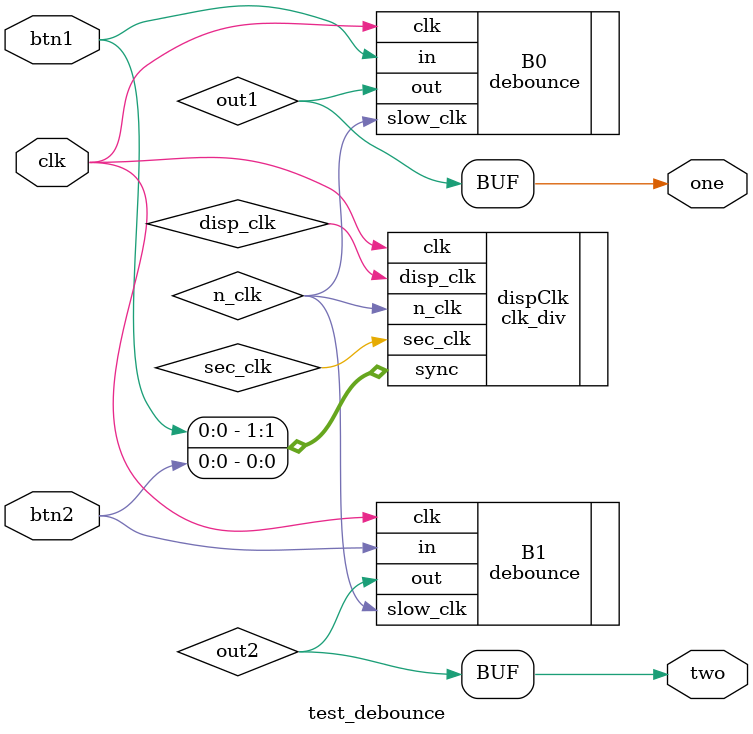
<source format=v>
`timescale 1ns / 1ps


module test_debounce(
    input btn1,
    input btn2,
    input clk,
    output one,
    output two
    );
    wire disp_clk;
    wire pulse_clk;
    wire n_clk;
    wire out1, out2;
    assign one = out1;
    assign two = out2;
    
    clk_div dispClk(.clk(clk), .sync({btn1, btn2}), .disp_clk(disp_clk),.sec_clk(sec_clk),.n_clk(n_clk)); 
    
    debounce B0(.clk(clk),.slow_clk(n_clk),.in(btn1), .out(out1));  
    debounce B1(.clk(clk),.slow_clk(n_clk),.in(btn2), .out(out2));
    
endmodule


</source>
